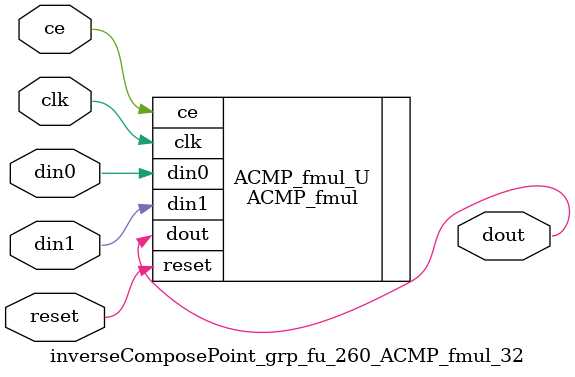
<source format=v>

`timescale 1 ns / 1 ps
module inverseComposePoint_grp_fu_260_ACMP_fmul_32(
    clk,
    reset,
    ce,
    din0,
    din1,
    dout);

parameter ID = 32'd1;
parameter NUM_STAGE = 32'd1;
parameter din0_WIDTH = 32'd1;
parameter din1_WIDTH = 32'd1;
parameter dout_WIDTH = 32'd1;
input clk;
input reset;
input ce;
input[din0_WIDTH - 1:0] din0;
input[din1_WIDTH - 1:0] din1;
output[dout_WIDTH - 1:0] dout;



ACMP_fmul #(
.ID( ID ),
.NUM_STAGE( 4 ),
.din0_WIDTH( din0_WIDTH ),
.din1_WIDTH( din1_WIDTH ),
.dout_WIDTH( dout_WIDTH ))
ACMP_fmul_U(
    .clk( clk ),
    .reset( reset ),
    .ce( ce ),
    .din0( din0 ),
    .din1( din1 ),
    .dout( dout ));

endmodule

</source>
